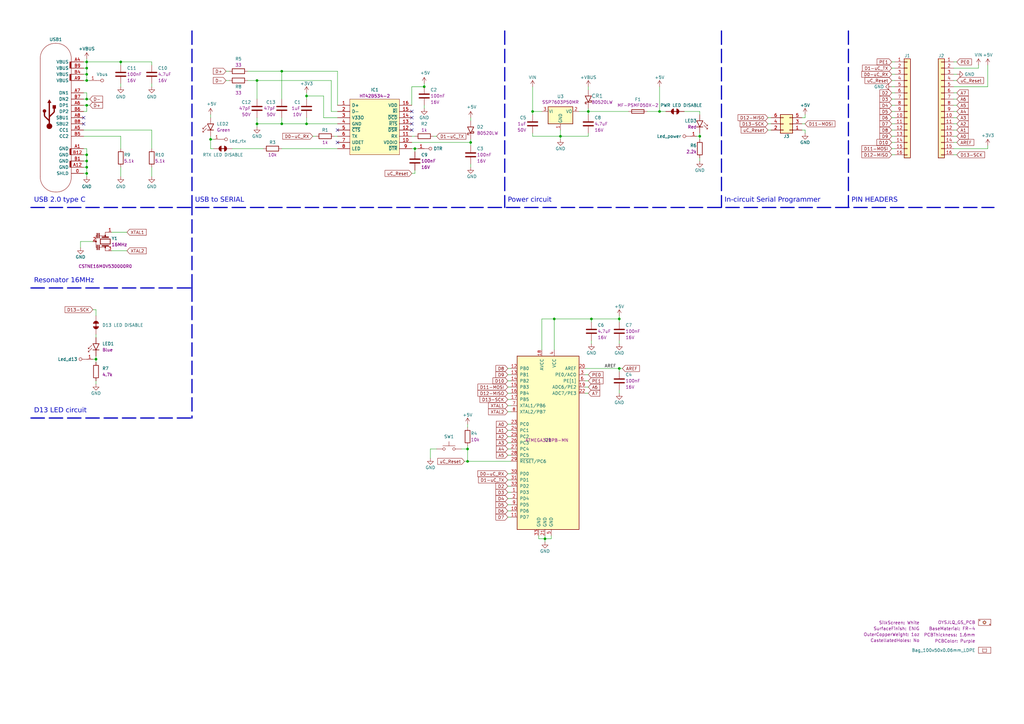
<source format=kicad_sch>
(kicad_sch (version 20230121) (generator eeschema)
  (paper "A3")
  (title_block (title "REV1.0.0 OYSJLQ_GS JADE N1+") (date "2024-01-05") (rev "1.0.0") (company "GroundStudio.ro") (comment 1 "Schematic: Victor Nicula"))
  (junction (at 227.33 130.81))
  (junction (at 173.99 35.56))
  (junction (at 115.57 29.21))
  (junction (at 125.73 50.8))
  (junction (at 35.56 68.58))
  (junction (at 254 130.81))
  (junction (at 35.56 27.94))
  (junction (at 193.04 58.42))
  (junction (at 35.56 43.18))
  (junction (at 35.56 25.4))
  (junction (at 105.41 50.8))
  (junction (at 86.36 57.15))
  (junction (at 218.44 45.72))
  (junction (at 270.51 45.72))
  (junction (at 170.18 60.96))
  (junction (at 105.41 33.02))
  (junction (at 35.56 63.5))
  (junction (at 125.73 39.37))
  (junction (at 191.77 184.15))
  (junction (at 242.57 130.81))
  (junction (at 229.87 55.88))
  (junction (at 35.56 33.02))
  (junction (at 35.56 66.04))
  (junction (at 223.52 220.98))
  (junction (at 35.56 40.64))
  (junction (at 35.56 30.48))
  (junction (at 241.3 45.72))
  (junction (at 49.53 25.4))
  (junction (at 254 151.13))
  (junction (at 287.02 55.88))
  (junction (at 39.37 147.32))
  (junction (at 115.57 50.8))
  (junction (at 191.77 189.23))
  (junction (at 35.56 71.12))
  (no_connect (at 138.43 53.34))
  (no_connect (at 34.29 48.26))
  (no_connect (at 168.91 45.72))
  (no_connect (at 34.29 50.8))
  (no_connect (at 168.91 50.8))
  (no_connect (at 138.43 58.42))
  (no_connect (at 168.91 48.26))
  (no_connect (at 168.91 53.34))
  (wire (pts (xy 105.41 50.8) (xy 115.57 50.8)))
  (wire (pts (xy 191.77 184.15) (xy 191.77 189.23)))
  (wire (pts (xy 171.45 60.96) (xy 170.18 60.96)))
  (wire (pts (xy 392.43 53.34) (xy 391.16 53.34)))
  (wire (pts (xy 86.36 60.96) (xy 87.63 60.96)))
  (wire (pts (xy 405.13 35.56) (xy 405.13 26.67)))
  (wire (pts (xy 34.29 63.5) (xy 35.56 63.5)))
  (wire (pts (xy 168.91 35.56) (xy 168.91 43.18)))
  (wire (pts (xy 240.03 151.13) (xy 254 151.13)))
  (wire (pts (xy 35.56 68.58) (xy 35.56 71.12)))
  (wire (pts (xy 189.23 184.15) (xy 191.77 184.15)))
  (wire (pts (xy 137.16 55.88) (xy 138.43 55.88)))
  (wire (pts (xy 223.52 220.98) (xy 226.06 220.98)))
  (wire (pts (xy 208.28 204.47) (xy 209.55 204.47)))
  (wire (pts (xy 241.3 161.29) (xy 240.03 161.29)))
  (wire (pts (xy 241.3 55.88) (xy 241.3 54.61)))
  (wire (pts (xy 168.91 35.56) (xy 173.99 35.56)))
  (wire (pts (xy 62.23 26.67) (xy 62.23 25.4)))
  (wire (pts (xy 191.77 189.23) (xy 209.55 189.23)))
  (wire (pts (xy 49.53 26.67) (xy 49.53 25.4)))
  (wire (pts (xy 35.56 60.96) (xy 35.56 63.5)))
  (wire (pts (xy 101.6 33.02) (xy 105.41 33.02)))
  (wire (pts (xy 39.37 148.59) (xy 39.37 147.32)))
  (wire (pts (xy 138.43 29.21) (xy 138.43 43.18)))
  (wire (pts (xy 35.56 71.12) (xy 35.56 72.39)))
  (wire (pts (xy 242.57 132.08) (xy 242.57 130.81)))
  (wire (pts (xy 392.43 58.42) (xy 391.16 58.42)))
  (wire (pts (xy 392.43 33.02) (xy 391.16 33.02)))
  (wire (pts (xy 392.43 43.18) (xy 391.16 43.18)))
  (wire (pts (xy 36.83 33.02) (xy 35.56 33.02)))
  (wire (pts (xy 254 152.4) (xy 254 151.13)))
  (wire (pts (xy 105.41 33.02) (xy 135.89 33.02)))
  (wire (pts (xy 365.76 48.26) (xy 367.03 48.26)))
  (wire (pts (xy 95.25 60.96) (xy 107.95 60.96)))
  (wire (pts (xy 208.28 194.31) (xy 209.55 194.31)))
  (wire (pts (xy 365.76 40.64) (xy 367.03 40.64)))
  (wire (pts (xy 92.71 29.21) (xy 93.98 29.21)))
  (wire (pts (xy 49.53 25.4) (xy 62.23 25.4)))
  (wire (pts (xy 237.49 45.72) (xy 241.3 45.72)))
  (wire (pts (xy 254 161.29) (xy 254 160.02)))
  (wire (pts (xy 125.73 48.26) (xy 125.73 50.8)))
  (wire (pts (xy 86.36 46.99) (xy 86.36 48.26)))
  (wire (pts (xy 125.73 38.1) (xy 125.73 39.37)))
  (wire (pts (xy 330.2 48.26) (xy 328.93 48.26)))
  (wire (pts (xy 191.77 189.23) (xy 190.5 189.23)))
  (wire (pts (xy 223.52 220.98) (xy 220.98 220.98)))
  (wire (pts (xy 242.57 130.81) (xy 254 130.81)))
  (wire (pts (xy 254 151.13) (xy 255.27 151.13)))
  (wire (pts (xy 365.76 38.1) (xy 367.03 38.1)))
  (wire (pts (xy 193.04 59.69) (xy 193.04 58.42)))
  (wire (pts (xy 34.29 43.18) (xy 35.56 43.18)))
  (wire (pts (xy 391.16 35.56) (xy 405.13 35.56)))
  (wire (pts (xy 49.53 68.58) (xy 49.53 72.39)))
  (wire (pts (xy 35.56 43.18) (xy 36.83 43.18)))
  (wire (pts (xy 115.57 48.26) (xy 115.57 50.8)))
  (wire (pts (xy 168.91 71.12) (xy 170.18 71.12)))
  (wire (pts (xy 208.28 207.01) (xy 209.55 207.01)))
  (wire (pts (xy 33.02 101.6) (xy 33.02 99.06)))
  (wire (pts (xy 52.07 102.87) (xy 45.72 102.87)))
  (wire (pts (xy 105.41 48.26) (xy 105.41 50.8)))
  (polyline (pts (xy 78.74 12.7) (xy 78.74 85.09)) (stroke (width 0.5) (type dash)))
  (wire (pts (xy 105.41 33.02) (xy 105.41 40.64)))
  (wire (pts (xy 365.76 53.34) (xy 367.03 53.34)))
  (wire (pts (xy 365.76 60.96) (xy 367.03 60.96)))
  (wire (pts (xy 208.28 166.37) (xy 209.55 166.37)))
  (wire (pts (xy 405.13 60.96) (xy 405.13 59.69)))
  (wire (pts (xy 241.3 45.72) (xy 257.81 45.72)))
  (wire (pts (xy 392.43 55.88) (xy 391.16 55.88)))
  (wire (pts (xy 208.28 181.61) (xy 209.55 181.61)))
  (wire (pts (xy 101.6 29.21) (xy 115.57 29.21)))
  (wire (pts (xy 35.56 25.4) (xy 35.56 27.94)))
  (wire (pts (xy 168.91 58.42) (xy 193.04 58.42)))
  (wire (pts (xy 392.43 63.5) (xy 391.16 63.5)))
  (wire (pts (xy 314.96 53.34) (xy 316.23 53.34)))
  (wire (pts (xy 209.55 196.85) (xy 208.28 196.85)))
  (wire (pts (xy 34.29 27.94) (xy 35.56 27.94)))
  (wire (pts (xy 287.02 57.15) (xy 287.02 55.88)))
  (wire (pts (xy 208.28 176.53) (xy 209.55 176.53)))
  (wire (pts (xy 270.51 45.72) (xy 273.05 45.72)))
  (polyline (pts (xy 78.74 118.11) (xy 78.74 171.45)) (stroke (width 0.5) (type dash)))
  (wire (pts (xy 223.52 222.25) (xy 223.52 220.98)))
  (wire (pts (xy 125.73 39.37) (xy 125.73 40.64)))
  (wire (pts (xy 92.71 33.02) (xy 93.98 33.02)))
  (wire (pts (xy 39.37 147.32) (xy 39.37 146.05)))
  (wire (pts (xy 285.75 55.88) (xy 287.02 55.88)))
  (polyline (pts (xy 78.74 118.11) (xy 78.74 85.09)) (stroke (width 0.5) (type dash)))
  (wire (pts (xy 229.87 53.34) (xy 229.87 55.88)))
  (wire (pts (xy 39.37 127) (xy 39.37 129.54)))
  (wire (pts (xy 35.56 40.64) (xy 36.83 40.64)))
  (wire (pts (xy 115.57 50.8) (xy 125.73 50.8)))
  (wire (pts (xy 208.28 212.09) (xy 209.55 212.09)))
  (wire (pts (xy 39.37 137.16) (xy 39.37 138.43)))
  (wire (pts (xy 35.56 33.02) (xy 34.29 33.02)))
  (polyline (pts (xy 207.01 12.7) (xy 207.01 85.09)) (stroke (width 0.5) (type dash)))
  (wire (pts (xy 365.76 30.48) (xy 367.03 30.48)))
  (polyline (pts (xy 12.7 171.45) (xy 78.74 171.45)) (stroke (width 0.5) (type dash)))
  (wire (pts (xy 401.32 26.67) (xy 401.32 27.94)))
  (wire (pts (xy 218.44 35.56) (xy 218.44 45.72)))
  (wire (pts (xy 208.28 158.75) (xy 209.55 158.75)))
  (wire (pts (xy 34.29 38.1) (xy 35.56 38.1)))
  (wire (pts (xy 115.57 29.21) (xy 138.43 29.21)))
  (wire (pts (xy 34.29 53.34) (xy 62.23 53.34)))
  (wire (pts (xy 62.23 53.34) (xy 62.23 60.96)))
  (wire (pts (xy 115.57 29.21) (xy 115.57 40.64)))
  (wire (pts (xy 208.28 186.69) (xy 209.55 186.69)))
  (wire (pts (xy 392.43 48.26) (xy 391.16 48.26)))
  (wire (pts (xy 240.03 156.21) (xy 241.3 156.21)))
  (wire (pts (xy 173.99 44.45) (xy 173.99 43.18)))
  (wire (pts (xy 222.25 143.51) (xy 222.25 130.81)))
  (wire (pts (xy 287.02 66.04) (xy 287.02 64.77)))
  (wire (pts (xy 176.53 187.96) (xy 176.53 184.15)))
  (wire (pts (xy 35.56 45.72) (xy 35.56 43.18)))
  (wire (pts (xy 229.87 55.88) (xy 229.87 57.15)))
  (wire (pts (xy 34.29 71.12) (xy 35.56 71.12)))
  (wire (pts (xy 34.29 45.72) (xy 35.56 45.72)))
  (wire (pts (xy 392.43 30.48) (xy 391.16 30.48)))
  (wire (pts (xy 254 130.81) (xy 254 132.08)))
  (wire (pts (xy 191.77 182.88) (xy 191.77 184.15)))
  (wire (pts (xy 227.33 130.81) (xy 242.57 130.81)))
  (wire (pts (xy 222.25 130.81) (xy 227.33 130.81)))
  (wire (pts (xy 34.29 25.4) (xy 35.56 25.4)))
  (polyline (pts (xy 12.7 85.09) (xy 407.67 85.09)) (stroke (width 0.5) (type dash)))
  (wire (pts (xy 392.43 50.8) (xy 391.16 50.8)))
  (wire (pts (xy 330.2 53.34) (xy 328.93 53.34)))
  (wire (pts (xy 62.23 68.58) (xy 62.23 72.39)))
  (wire (pts (xy 330.2 48.26) (xy 330.2 46.99)))
  (wire (pts (xy 218.44 54.61) (xy 218.44 55.88)))
  (wire (pts (xy 193.04 68.58) (xy 193.04 67.31)))
  (wire (pts (xy 191.77 173.99) (xy 191.77 175.26)))
  (wire (pts (xy 34.29 40.64) (xy 35.56 40.64)))
  (wire (pts (xy 62.23 34.29) (xy 62.23 35.56)))
  (wire (pts (xy 287.02 55.88) (xy 287.02 54.61)))
  (wire (pts (xy 35.56 38.1) (xy 35.56 40.64)))
  (wire (pts (xy 208.28 153.67) (xy 209.55 153.67)))
  (wire (pts (xy 365.76 55.88) (xy 367.03 55.88)))
  (wire (pts (xy 135.89 33.02) (xy 135.89 45.72)))
  (wire (pts (xy 105.41 52.07) (xy 105.41 50.8)))
  (wire (pts (xy 242.57 139.7) (xy 242.57 140.97)))
  (wire (pts (xy 365.76 25.4) (xy 367.03 25.4)))
  (wire (pts (xy 38.1 127) (xy 39.37 127)))
  (wire (pts (xy 170.18 55.88) (xy 168.91 55.88)))
  (wire (pts (xy 35.56 63.5) (xy 35.56 66.04)))
  (wire (pts (xy 365.76 50.8) (xy 367.03 50.8)))
  (wire (pts (xy 33.02 99.06) (xy 38.1 99.06)))
  (wire (pts (xy 391.16 25.4) (xy 392.43 25.4)))
  (wire (pts (xy 241.3 46.99) (xy 241.3 45.72)))
  (wire (pts (xy 314.96 50.8) (xy 316.23 50.8)))
  (wire (pts (xy 170.18 71.12) (xy 170.18 69.85)))
  (wire (pts (xy 254 129.54) (xy 254 130.81)))
  (wire (pts (xy 35.56 30.48) (xy 35.56 33.02)))
  (wire (pts (xy 330.2 50.8) (xy 328.93 50.8)))
  (wire (pts (xy 86.36 57.15) (xy 86.36 60.96)))
  (wire (pts (xy 34.29 30.48) (xy 35.56 30.48)))
  (wire (pts (xy 208.28 163.83) (xy 209.55 163.83)))
  (wire (pts (xy 35.56 27.94) (xy 35.56 30.48)))
  (wire (pts (xy 265.43 45.72) (xy 270.51 45.72)))
  (wire (pts (xy 45.72 95.25) (xy 52.07 95.25)))
  (wire (pts (xy 176.53 184.15) (xy 179.07 184.15)))
  (wire (pts (xy 115.57 60.96) (xy 138.43 60.96)))
  (wire (pts (xy 170.18 60.96) (xy 170.18 62.23)))
  (wire (pts (xy 39.37 157.48) (xy 39.37 156.21)))
  (wire (pts (xy 86.36 57.15) (xy 87.63 57.15)))
  (wire (pts (xy 226.06 219.71) (xy 226.06 220.98)))
  (wire (pts (xy 35.56 66.04) (xy 35.56 68.58)))
  (polyline (pts (xy 295.91 12.7) (xy 295.91 85.09)) (stroke (width 0.5) (type dash)))
  (polyline (pts (xy 12.7 118.11) (xy 78.74 118.11)) (stroke (width 0.5) (type dash)))
  (polyline (pts (xy 347.98 12.7) (xy 347.98 85.09)) (stroke (width 0.5) (type dash)))
  (wire (pts (xy 208.28 173.99) (xy 209.55 173.99)))
  (wire (pts (xy 49.53 55.88) (xy 49.53 60.96)))
  (wire (pts (xy 34.29 66.04) (xy 35.56 66.04)))
  (wire (pts (xy 125.73 39.37) (xy 132.715 39.37)))
  (wire (pts (xy 208.28 168.91) (xy 209.55 168.91)))
  (wire (pts (xy 208.28 179.07) (xy 209.55 179.07)))
  (wire (pts (xy 208.28 156.21) (xy 209.55 156.21)))
  (wire (pts (xy 241.3 35.56) (xy 241.3 36.83)))
  (wire (pts (xy 330.2 53.34) (xy 330.2 54.61)))
  (wire (pts (xy 240.03 153.67) (xy 241.3 153.67)))
  (wire (pts (xy 208.28 151.13) (xy 209.55 151.13)))
  (wire (pts (xy 254 139.7) (xy 254 140.97)))
  (wire (pts (xy 365.76 58.42) (xy 367.03 58.42)))
  (wire (pts (xy 34.29 60.96) (xy 35.56 60.96)))
  (wire (pts (xy 34.29 68.58) (xy 35.56 68.58)))
  (wire (pts (xy 208.28 184.15) (xy 209.55 184.15)))
  (wire (pts (xy 135.89 45.72) (xy 138.43 45.72)))
  (wire (pts (xy 208.28 161.29) (xy 209.55 161.29)))
  (wire (pts (xy 365.76 63.5) (xy 367.03 63.5)))
  (wire (pts (xy 392.43 38.1) (xy 391.16 38.1)))
  (wire (pts (xy 220.98 220.98) (xy 220.98 219.71)))
  (wire (pts (xy 365.76 33.02) (xy 367.03 33.02)))
  (wire (pts (xy 218.44 46.99) (xy 218.44 45.72)))
  (wire (pts (xy 49.53 34.29) (xy 49.53 35.56)))
  (wire (pts (xy 287.02 45.72) (xy 287.02 46.99)))
  (wire (pts (xy 173.99 34.29) (xy 173.99 35.56)))
  (wire (pts (xy 314.96 48.26) (xy 316.23 48.26)))
  (wire (pts (xy 208.28 199.39) (xy 209.55 199.39)))
  (wire (pts (xy 241.3 44.45) (xy 241.3 45.72)))
  (wire (pts (xy 401.32 27.94) (xy 391.16 27.94)))
  (wire (pts (xy 392.43 45.72) (xy 391.16 45.72)))
  (wire (pts (xy 392.43 40.64) (xy 391.16 40.64)))
  (wire (pts (xy 35.56 24.13) (xy 35.56 25.4)))
  (wire (pts (xy 227.33 130.81) (xy 227.33 143.51)))
  (wire (pts (xy 280.67 45.72) (xy 287.02 45.72)))
  (wire (pts (xy 38.1 147.32) (xy 39.37 147.32)))
  (wire (pts (xy 223.52 219.71) (xy 223.52 220.98)))
  (wire (pts (xy 179.07 55.88) (xy 177.8 55.88)))
  (wire (pts (xy 365.76 27.94) (xy 367.03 27.94)))
  (wire (pts (xy 365.76 45.72) (xy 367.03 45.72)))
  (wire (pts (xy 208.28 201.93) (xy 209.55 201.93)))
  (wire (pts (xy 391.16 60.96) (xy 405.13 60.96)))
  (wire (pts (xy 218.44 55.88) (xy 229.87 55.88)))
  (wire (pts (xy 129.54 55.88) (xy 128.27 55.88)))
  (wire (pts (xy 86.36 55.88) (xy 86.36 57.15)))
  (wire (pts (xy 125.73 50.8) (xy 138.43 50.8)))
  (wire (pts (xy 241.3 158.75) (xy 240.03 158.75)))
  (wire (pts (xy 193.04 57.15) (xy 193.04 58.42)))
  (wire (pts (xy 132.715 48.26) (xy 138.43 48.26)))
  (wire (pts (xy 229.87 55.88) (xy 241.3 55.88)))
  (wire (pts (xy 208.28 209.55) (xy 209.55 209.55)))
  (wire (pts (xy 365.76 35.56) (xy 367.03 35.56)))
  (wire (pts (xy 193.04 48.26) (xy 193.04 49.53)))
  (wire (pts (xy 170.18 60.96) (xy 168.91 60.96)))
  (wire (pts (xy 365.76 43.18) (xy 367.03 43.18)))
  (wire (pts (xy 49.53 25.4) (xy 35.56 25.4)))
  (wire (pts (xy 132.715 39.37) (xy 132.715 48.26)))
  (wire (pts (xy 218.44 45.72) (xy 222.25 45.72)))
  (wire (pts (xy 270.51 45.72) (xy 270.51 35.56)))
  (wire (pts (xy 34.29 55.88) (xy 49.53 55.88)))
  (text "Resonator 16MHz" (at 13.97 116.84 0) (effects (font (size 2 2)) (justify left bottom)))
  (text "PIN HEADERS\n" (at 349.25 83.82 0) (effects (font (size 2 2)) (justify left bottom)))
  (text "USB 2.0 type C" (at 13.97 83.82 0) (effects (font (size 2 2)) (justify left bottom)))
  (text "Power circuit" (at 208.28 83.82 0) (effects (font (size 2 2)) (justify left bottom)))
  (text "D13 LED circuit" (at 13.97 170.18 0) (effects (font (size 2 2)) (justify left bottom)))
  (text "In-circuit Serial Programmer" (at 297.18 83.82 0) (effects (font (size 2 2)) (justify left bottom)))
  (text "USB to SERIAL" (at 80.01 83.82 0) (effects (font (size 2 2)) (justify left bottom)))
  (label "AREF" (at 252.73 151.13 180))
  (global_label "A5" (shape input) (at 392.43 43.18 0) (property "Intersheetrefs" "${INTERSHEET_REFS}" (effects hide)))
  (global_label "A6" (shape input) (at 392.43 40.64 0) (property "Intersheetrefs" "${INTERSHEET_REFS}" (effects hide)))
  (global_label "D8" (shape input) (at 208.28 151.13 180) (property "Intersheetrefs" "${INTERSHEET_REFS}" (effects hide)))
  (global_label "D-" (shape input) (at 92.71 33.02 180) (property "Intersheetrefs" "${INTERSHEET_REFS}" (effects hide)))
  (global_label "D11-MOSI" (shape input) (at 208.28 158.75 180) (property "Intersheetrefs" "${INTERSHEET_REFS}" (effects hide)))
  (global_label "D11-MOSI" (shape input) (at 330.2 50.8 0) (property "Intersheetrefs" "${INTERSHEET_REFS}" (effects hide)))
  (global_label "D9" (shape input) (at 208.28 153.67 180) (property "Intersheetrefs" "${INTERSHEET_REFS}" (effects hide)))
  (global_label "A3" (shape input) (at 208.28 181.61 180) (property "Intersheetrefs" "${INTERSHEET_REFS}" (effects hide)))
  (global_label "D-" (shape input) (at 36.83 40.64 0) (property "Intersheetrefs" "${INTERSHEET_REFS}" (effects hide)))
  (global_label "D4" (shape input) (at 208.28 204.47 180) (property "Intersheetrefs" "${INTERSHEET_REFS}" (effects hide)))
  (global_label "A0" (shape input) (at 208.28 173.99 180) (property "Intersheetrefs" "${INTERSHEET_REFS}" (effects hide)))
  (global_label "AREF" (shape input) (at 392.43 58.42 0) (property "Intersheetrefs" "${INTERSHEET_REFS}" (effects hide)))
  (global_label "D7" (shape input) (at 365.76 50.8 180) (property "Intersheetrefs" "${INTERSHEET_REFS}" (effects hide)))
  (global_label "D13-SCK" (shape input) (at 38.1 127 180) (property "Intersheetrefs" "${INTERSHEET_REFS}" (effects hide)))
  (global_label "D12-MISO" (shape input) (at 314.96 48.26 180) (property "Intersheetrefs" "${INTERSHEET_REFS}" (effects hide)))
  (global_label "D12-MISO" (shape input) (at 365.76 63.5 180) (property "Intersheetrefs" "${INTERSHEET_REFS}" (effects hide)))
  (global_label "XTAL2" (shape input) (at 52.07 102.87 0) (property "Intersheetrefs" "${INTERSHEET_REFS}" (effects hide)))
  (global_label "D13-SCK" (shape input) (at 208.28 163.83 180) (property "Intersheetrefs" "${INTERSHEET_REFS}" (effects hide)))
  (global_label "D10" (shape input) (at 208.28 156.21 180) (property "Intersheetrefs" "${INTERSHEET_REFS}" (effects hide)))
  (global_label "A7" (shape input) (at 392.43 38.1 0) (property "Intersheetrefs" "${INTERSHEET_REFS}" (effects hide)))
  (global_label "AREF" (shape input) (at 255.27 151.13 0) (property "Intersheetrefs" "${INTERSHEET_REFS}" (effects hide)))
  (global_label "D6" (shape input) (at 365.76 48.26 180) (property "Intersheetrefs" "${INTERSHEET_REFS}" (effects hide)))
  (global_label "D2" (shape input) (at 365.76 38.1 180) (property "Intersheetrefs" "${INTERSHEET_REFS}" (effects hide)))
  (global_label "A4" (shape input) (at 392.43 45.72 0) (property "Intersheetrefs" "${INTERSHEET_REFS}" (effects hide)))
  (global_label "PE1" (shape input) (at 365.76 25.4 180) (property "Intersheetrefs" "${INTERSHEET_REFS}" (effects hide)))
  (global_label "A1" (shape input) (at 392.43 53.34 0) (property "Intersheetrefs" "${INTERSHEET_REFS}" (effects hide)))
  (global_label "D13-SCK" (shape input) (at 392.43 63.5 0) (property "Intersheetrefs" "${INTERSHEET_REFS}" (effects hide)))
  (global_label "uC_Reset" (shape input) (at 190.5 189.23 180) (property "Intersheetrefs" "${INTERSHEET_REFS}" (effects hide)))
  (global_label "uC_Reset" (shape input) (at 365.76 33.02 180) (property "Intersheetrefs" "${INTERSHEET_REFS}" (effects hide)))
  (global_label "A1" (shape input) (at 208.28 176.53 180) (property "Intersheetrefs" "${INTERSHEET_REFS}" (effects hide)))
  (global_label "D5" (shape input) (at 208.28 207.01 180) (property "Intersheetrefs" "${INTERSHEET_REFS}" (effects hide)))
  (global_label "D+" (shape input) (at 36.83 43.18 0) (property "Intersheetrefs" "${INTERSHEET_REFS}" (effects hide)))
  (global_label "A5" (shape input) (at 208.28 186.69 180) (property "Intersheetrefs" "${INTERSHEET_REFS}" (effects hide)))
  (global_label "A0" (shape input) (at 392.43 55.88 0) (property "Intersheetrefs" "${INTERSHEET_REFS}" (effects hide)))
  (global_label "D1-uC_TX" (shape input) (at 179.07 55.88 0) (property "Intersheetrefs" "${INTERSHEET_REFS}" (effects hide)))
  (global_label "XTAL1" (shape input) (at 52.07 95.25 0) (property "Intersheetrefs" "${INTERSHEET_REFS}" (effects hide)))
  (global_label "D1-uC_TX" (shape input) (at 365.76 27.94 180) (property "Intersheetrefs" "${INTERSHEET_REFS}" (effects hide)))
  (global_label "uC_Reset" (shape input) (at 392.43 33.02 0) (property "Intersheetrefs" "${INTERSHEET_REFS}" (effects hide)))
  (global_label "D4" (shape input) (at 365.76 43.18 180) (property "Intersheetrefs" "${INTERSHEET_REFS}" (effects hide)))
  (global_label "D3" (shape input) (at 208.28 201.93 180) (property "Intersheetrefs" "${INTERSHEET_REFS}" (effects hide)))
  (global_label "D8" (shape input) (at 365.76 53.34 180) (property "Intersheetrefs" "${INTERSHEET_REFS}" (effects hide)))
  (global_label "uC_Reset" (shape input) (at 168.91 71.12 180) (property "Intersheetrefs" "${INTERSHEET_REFS}" (effects hide)))
  (global_label "A3" (shape input) (at 392.43 48.26 0) (property "Intersheetrefs" "${INTERSHEET_REFS}" (effects hide)))
  (global_label "A7" (shape input) (at 241.3 161.29 0) (property "Intersheetrefs" "${INTERSHEET_REFS}" (effects hide)))
  (global_label "D0-uC_RX" (shape input) (at 208.28 194.31 180) (property "Intersheetrefs" "${INTERSHEET_REFS}" (effects hide)))
  (global_label "D9" (shape input) (at 365.76 55.88 180) (property "Intersheetrefs" "${INTERSHEET_REFS}" (effects hide)))
  (global_label "A2" (shape input) (at 208.28 179.07 180) (property "Intersheetrefs" "${INTERSHEET_REFS}" (effects hide)))
  (global_label "PE1" (shape input) (at 241.3 156.21 0) (property "Intersheetrefs" "${INTERSHEET_REFS}" (effects hide)))
  (global_label "D12-MISO" (shape input) (at 208.28 161.29 180) (property "Intersheetrefs" "${INTERSHEET_REFS}" (effects hide)))
  (global_label "D0-uC_RX" (shape input) (at 365.76 30.48 180) (property "Intersheetrefs" "${INTERSHEET_REFS}" (effects hide)))
  (global_label "A2" (shape input) (at 392.43 50.8 0) (property "Intersheetrefs" "${INTERSHEET_REFS}" (effects hide)))
  (global_label "D11-MOSI" (shape input) (at 365.76 60.96 180) (property "Intersheetrefs" "${INTERSHEET_REFS}" (effects hide)))
  (global_label "XTAL2" (shape input) (at 208.28 168.91 180) (property "Intersheetrefs" "${INTERSHEET_REFS}" (effects hide)))
  (global_label "uC_Reset" (shape input) (at 314.96 53.34 180) (property "Intersheetrefs" "${INTERSHEET_REFS}" (effects hide)))
  (global_label "D2" (shape input) (at 208.28 199.39 180) (property "Intersheetrefs" "${INTERSHEET_REFS}" (effects hide)))
  (global_label "PE0" (shape input) (at 241.3 153.67 0) (property "Intersheetrefs" "${INTERSHEET_REFS}" (effects hide)))
  (global_label "A4" (shape input) (at 208.28 184.15 180) (property "Intersheetrefs" "${INTERSHEET_REFS}" (effects hide)))
  (global_label "D5" (shape input) (at 365.76 45.72 180) (property "Intersheetrefs" "${INTERSHEET_REFS}" (effects hide)))
  (global_label "D7" (shape input) (at 208.28 212.09 180) (property "Intersheetrefs" "${INTERSHEET_REFS}" (effects hide)))
  (global_label "D+" (shape input) (at 92.71 29.21 180) (property "Intersheetrefs" "${INTERSHEET_REFS}" (effects hide)))
  (global_label "D1-uC_TX" (shape input) (at 208.28 196.85 180) (property "Intersheetrefs" "${INTERSHEET_REFS}" (effects hide)))
  (global_label "XTAL1" (shape input) (at 208.28 166.37 180) (property "Intersheetrefs" "${INTERSHEET_REFS}" (effects hide)))
  (global_label "D0-uC_RX" (shape input) (at 128.27 55.88 180) (property "Intersheetrefs" "${INTERSHEET_REFS}" (effects hide)))
  (global_label "PE0" (shape input) (at 392.43 25.4 0) (property "Intersheetrefs" "${INTERSHEET_REFS}" (effects hide)))
  (global_label "D6" (shape input) (at 208.28 209.55 180) (property "Intersheetrefs" "${INTERSHEET_REFS}" (effects hide)))
  (global_label "A6" (shape input) (at 241.3 158.75 0) (property "Intersheetrefs" "${INTERSHEET_REFS}" (effects hide)))
  (global_label "D3" (shape input) (at 365.76 40.64 180) (property "Intersheetrefs" "${INTERSHEET_REFS}" (effects hide)))
  (global_label "D13-SCK" (shape input) (at 314.96 50.8 180) (property "Intersheetrefs" "${INTERSHEET_REFS}" (effects hide)))
  (global_label "D10" (shape input) (at 365.76 58.42 180) (property "Intersheetrefs" "${INTERSHEET_REFS}" (effects hide)))
  (symbol (lib_id "GS_Global6:C_0402_100nF_16V") (at 49.53 30.48 0) (unit 1)
    (property "Reference" "C11" (at 52.07 27.94 0) (effects (justify left)))
    (property "Value" "C_0402_100nF_16V" (effects hide))
    (property "Footprint" "GS_Global6:C_0402_alt" (effects hide))
    (property "Datasheet" "https://datasheet.lcsc.com/lcsc/1811011928_Walsin-Tech-Corp-0402B104K160CT_C83056.pdf" (effects hide))
    (property "MPN" "0402B104K160CT" (effects hide))
    (property "LCSC" "C83056" (effects hide))
    (property "Rated voltage" "16V" (effects hide))
    (property "Capacitance" "100nF" (at 52.07 30.48 0) (effects (justify left)))
    (property "RatedVoltage" "16V" (at 52.07 33.02 0) (effects (justify left)))
  )
  (symbol (lib_id "GS_Global6:PinHeader_1x16_P2.54_V_M") (at 372.11 43.18 0) (unit 1)
    (property "Reference" "J1" (at 372.11 22.86 0))
    (property "Value" "PinHeader_1x16_P2.54_V_M" (effects hide))
    (property "Footprint" "GS_Global6:PinHeader_1x16_P2.54mm_Vertical_Male" (effects hide))
    (property "Datasheet" "https://datasheet.lcsc.com/lcsc/2110191530_Shenzhen-Kinghelm-Elec-KH-2-54PH180-1X16P-L11-5_C2905491.pdf" (effects hide))
    (property "MPN" "KH-2.54PH180-1X16P-L11.5" (effects hide))
    (property "LCSC" "C2905491" (effects hide))
  )
  (symbol (lib_id "GS_Global6:PinHeader_1x16_P2.54_V_M") (at 386.08 43.18 0) (mirror y) (unit 1)
    (property "Reference" "J2" (at 386.08 22.86 0))
    (property "Value" "PinHeader_1x16_P2.54_V_M" (effects hide))
    (property "Footprint" "GS_Global6:PinHeader_1x16_P2.54mm_Vertical_Male" (effects hide))
    (property "Datasheet" "https://datasheet.lcsc.com/lcsc/2110191530_Shenzhen-Kinghelm-Elec-KH-2-54PH180-1X16P-L11-5_C2905491.pdf" (effects hide))
    (property "MPN" "KH-2.54PH180-1X16P-L11.5" (effects hide))
    (property "LCSC" "C2905491" (effects hide))
  )
  (symbol (lib_id "GS_Global6:C_0402_4.7uF_16V") (at 62.23 30.48 0) (unit 1)
    (property "Reference" "C10" (at 64.77 27.94 0) (effects (justify left)))
    (property "Value" "C_0402_4.7uF_16V" (effects hide))
    (property "Footprint" "GS_Global6:C_0402_alt" (effects hide))
    (property "Datasheet" "https://datasheet.lcsc.com/lcsc/2008271938_SANYEAR-C0402X5R475M160NT_C729453.pdf" (effects hide))
    (property "MPN" "C0402X5R475M160NT" (effects hide))
    (property "LCSC" "C729453" (effects hide))
    (property "Rated voltage" "16V" (effects hide))
    (property "Capacitance" "4.7uF" (at 64.77 30.48 0) (effects (justify left)))
    (property "RatedVoltage" "16V" (at 64.77 33.02 0) (effects (justify left)))
  )
  (symbol (lib_id "GS_Global6:GND") (at 330.2 54.61 0) (unit 1)
    (property "Reference" "#PWR0113" (effects hide))
    (property "Value" "GND" (at 330.2 58.42 0))
  )
  (symbol (lib_id "GS_Global6:+5V") (at 330.2 46.99 0) (unit 1)
    (property "Reference" "#PWR0114" (effects hide))
    (property "Value" "+5V" (at 330.2 43.18 0))
  )
  (symbol (lib_id "GS_Global6:GND") (at 223.52 222.25 0) (unit 1)
    (property "Reference" "#PWR0115" (effects hide))
    (property "Value" "GND" (at 223.52 226.06 0))
  )
  (symbol (lib_id "GS_Global6:C_0402_4.7uF_16V") (at 242.57 135.89 0) (unit 1)
    (property "Reference" "C6" (at 245.11 133.35 0) (effects (justify left)))
    (property "Value" "C_0402_4.7uF_16V" (effects hide))
    (property "Footprint" "GS_Global6:C_0402_alt" (effects hide))
    (property "Datasheet" "https://datasheet.lcsc.com/lcsc/2008271938_SANYEAR-C0402X5R475M160NT_C729453.pdf" (effects hide))
    (property "MPN" "C0402X5R475M160NT" (effects hide))
    (property "LCSC" "C729453" (effects hide))
    (property "Rated voltage" "16V" (effects hide))
    (property "Capacitance" "4.7uF" (at 245.11 135.89 0) (effects (justify left)))
    (property "RatedVoltage" "16V" (at 245.11 138.43 0) (effects (justify left)))
  )
  (symbol (lib_id "GS_Global6:C_0402_100nF_16V") (at 254 135.89 0) (unit 1)
    (property "Reference" "C7" (at 256.54 133.35 0) (effects (justify left)))
    (property "Value" "C_0402_100nF_16V" (effects hide))
    (property "Footprint" "GS_Global6:C_0402_alt" (effects hide))
    (property "Datasheet" "https://datasheet.lcsc.com/lcsc/1811011928_Walsin-Tech-Corp-0402B104K160CT_C83056.pdf" (effects hide))
    (property "MPN" "0402B104K160CT" (effects hide))
    (property "LCSC" "C83056" (effects hide))
    (property "Rated voltage" "16V" (effects hide))
    (property "Capacitance" "100nF" (at 256.54 135.89 0) (effects (justify left)))
    (property "RatedVoltage" "16V" (at 256.54 138.43 0) (effects (justify left)))
  )
  (symbol (lib_id "GS_Global6:R_0402_10k") (at 191.77 179.07 180) (unit 1)
    (property "Reference" "R4" (at 193.04 177.8 0) (effects (justify right)))
    (property "Value" "R_0402_10k" (effects hide))
    (property "Footprint" "GS_Global6:R_0402_alt" (effects hide))
    (property "Datasheet" "https://datasheet.lcsc.com/lcsc/2110252330_UNI-ROYAL-Uniroyal-Elec-0402WGJ0103TCE_C25531.pdf" (effects hide))
    (property "MPN" "0402WGJ0103TCE" (effects hide))
    (property "LCSC" "C25531" (effects hide))
    (property "Resistance" "10k" (at 193.04 180.34 0) (effects (justify right)))
    (property "RatedPower" "1/16W" (effects hide))
  )
  (symbol (lib_id "GS_Global6:+5V") (at 191.77 173.99 0) (unit 1)
    (property "Reference" "#PWR0118" (effects hide))
    (property "Value" "+5V" (at 191.77 170.18 0))
  )
  (symbol (lib_id "GS_Global6:GND") (at 229.87 57.15 0) (mirror y) (unit 1)
    (property "Reference" "#PWR0103" (effects hide))
    (property "Value" "GND" (at 229.87 60.96 0))
  )
  (symbol (lib_id "GS_Global6:TS342A2P-WZ") (at 184.15 184.15 0) (unit 1)
    (property "Reference" "SW1" (at 184.15 179.07 0))
    (property "Value" "TS342A2P-WZ" (effects hide))
    (property "Footprint" "GS_Global6:TS342A2P-WZ" (effects hide))
    (property "Datasheet" "https://datasheet.lcsc.com/szlcsc/2005221232_SHOU-HAN-TS342A2P-WZ_C557591.pdf" (effects hide))
    (property "MPN" "TS342A2P-WZ" (effects hide))
    (property "LCSC" "C557591" (effects hide))
  )
  (symbol (lib_id "GS_Global6:GND") (at 176.53 187.96 0) (unit 1)
    (property "Reference" "#PWR0119" (effects hide))
    (property "Value" "GND" (at 176.53 191.77 0))
  )
  (symbol (lib_id "GS_Global6:R_0402_2.2k") (at 287.02 60.96 0) (mirror x) (unit 1)
    (property "Reference" "R6" (at 285.75 59.69 0) (effects (justify right)))
    (property "Value" "R_0402_2.2k" (effects hide))
    (property "Footprint" "GS_Global6:R_0402_alt" (effects hide))
    (property "Datasheet" "https://datasheet.lcsc.com/lcsc/1811141743_FH-Guangdong-Fenghua-Advanced-Tech-RC-02W2201FT_C258093.pdf" (effects hide))
    (property "MPN" "RC-02W2201FT" (effects hide))
    (property "LCSC" "C258093" (effects hide))
    (property "Resistance" "2.2k" (at 285.75 62.23 0) (effects (justify right)))
    (property "RatedPower" "1/16W" (effects hide))
  )
  (symbol (lib_id "GS_Global6:LED_0402_RED") (at 287.02 49.53 270) (mirror x) (unit 1)
    (property "Reference" "LED3" (at 285.75 49.53 90) (effects (justify right)))
    (property "Value" "LED_0402_RED" (effects hide))
    (property "Footprint" "GS_Global6:LED_0402_alt" (effects hide))
    (property "Datasheet" "https://datasheet.lcsc.com/lcsc/2009251739_TUOZHAN-TZ-P2-0402RTIA1-0-45T_C779449.pdf" (effects hide))
    (property "MPN" "TZ-P2-0402RTIA1-0.45T" (effects hide))
    (property "LCSC" "C779449" (effects hide))
    (property "Color" "Red" (at 285.75 52.07 90) (effects (justify right)))
    (property "Comment" "5V: 2.2k || 3.3V: 1.5k || Fv: 1.85V" (effects hide))
  )
  (symbol (lib_id "GS_Global6:GND") (at 287.02 66.04 0) (mirror y) (unit 1)
    (property "Reference" "#PWR0102" (effects hide))
    (property "Value" "GND" (at 287.02 69.85 0))
  )
  (symbol (lib_id "GS_Global6:+5V") (at 270.51 35.56 0) (mirror y) (unit 1)
    (property "Reference" "#PWR0101" (effects hide))
    (property "Value" "+5V" (at 270.51 31.75 0))
  )
  (symbol (lib_id "GS_Global6:SOD-123_B0520LW") (at 241.3 40.64 90) (unit 1)
    (property "Reference" "CR1" (at 242.57 39.37 90) (effects (font (size 1.524 1.524)) (justify right)))
    (property "Value" "SOD-123 B0520LW" (effects hide))
    (property "Footprint" "GS_Global6:SOD-123" (effects hide))
    (property "Datasheet" "https://datasheet.lcsc.com/lcsc/1811021622_Changzhou-Starsea-Elec-B0520LW_C89640.pdf" (effects hide))
    (property "MPN" "B0520LW" (at 242.57 41.91 90) (effects (justify right)))
    (property "LCSC" "C89640" (effects hide))
    (property "Description" "20V 430mV@500mA 500mA SOD-123 Schottky Barrier Diodes (SBD) ROHS" (effects hide))
  )
  (symbol (lib_id "GS_Global6:R_0402_1k") (at 173.99 55.88 90) (unit 1)
    (property "Reference" "R2" (at 173.99 50.8 90))
    (property "Value" "R_0402_1k" (effects hide))
    (property "Footprint" "GS_Global6:R_0402_alt" (effects hide))
    (property "Datasheet" "https://datasheet.lcsc.com/lcsc/1811141734_FH-Guangdong-Fenghua-Advanced-Tech-RC-02W1001FT_C226166.pdf" (effects hide))
    (property "MPN" "RC-02W1001FT" (effects hide))
    (property "LCSC" "C226166" (effects hide))
    (property "Resistance" "1k" (at 173.99 53.34 90))
    (property "RatedPower" "1/16W" (effects hide))
  )
  (symbol (lib_id "GS_Global6:R_0402_1k") (at 133.35 55.88 270) (unit 1)
    (property "Reference" "R1" (at 133.35 53.34 90))
    (property "Value" "R_0402_1k" (effects hide))
    (property "Footprint" "GS_Global6:R_0402_alt" (effects hide))
    (property "Datasheet" "https://datasheet.lcsc.com/lcsc/1811141734_FH-Guangdong-Fenghua-Advanced-Tech-RC-02W1001FT_C226166.pdf" (effects hide))
    (property "MPN" "RC-02W1001FT" (effects hide))
    (property "LCSC" "C226166" (effects hide))
    (property "Resistance" "1k" (at 133.35 58.42 90))
    (property "RatedPower" "1/16W" (effects hide))
  )
  (symbol (lib_id "GS_Global6:GND") (at 33.02 101.6 0) (unit 1)
    (property "Reference" "#PWR0122" (effects hide))
    (property "Value" "GND" (at 33.02 105.41 0))
  )
  (symbol (lib_id "GS_Global6:C_0402_100nF_16V") (at 254 156.21 0) (unit 1)
    (property "Reference" "C4" (at 256.54 153.67 0) (effects (justify left)))
    (property "Value" "C_0402_100nF_16V" (effects hide))
    (property "Footprint" "GS_Global6:C_0402_alt" (effects hide))
    (property "Datasheet" "https://datasheet.lcsc.com/lcsc/1811011928_Walsin-Tech-Corp-0402B104K160CT_C83056.pdf" (effects hide))
    (property "MPN" "0402B104K160CT" (effects hide))
    (property "LCSC" "C83056" (effects hide))
    (property "Rated voltage" "16V" (effects hide))
    (property "Capacitance" "100nF" (at 256.54 156.21 0) (effects (justify left)))
    (property "RatedVoltage" "16V" (at 256.54 158.75 0) (effects (justify left)))
  )
  (symbol (lib_id "GS_Global6:GND") (at 254 161.29 0) (unit 1)
    (property "Reference" "#PWR0124" (effects hide))
    (property "Value" "GND" (at 254 165.1 0))
  )
  (symbol (lib_id "GS_Global6:C_0402_4.7uF_16V") (at 241.3 50.8 0) (unit 1)
    (property "Reference" "C8" (at 243.84 48.26 0) (effects (justify left)))
    (property "Value" "C_0402_4.7uF_16V" (effects hide))
    (property "Footprint" "GS_Global6:C_0402_alt" (effects hide))
    (property "Datasheet" "https://datasheet.lcsc.com/lcsc/2008271938_SANYEAR-C0402X5R475M160NT_C729453.pdf" (effects hide))
    (property "MPN" "C0402X5R475M160NT" (effects hide))
    (property "LCSC" "C729453" (effects hide))
    (property "Rated voltage" "16V" (effects hide))
    (property "Capacitance" "4.7uF" (at 243.84 50.8 0) (effects (justify left)))
    (property "RatedVoltage" "16V" (at 243.84 53.34 0) (effects (justify left)))
  )
  (symbol (lib_id "GS_Global6:C_0603_1uF_50V") (at 218.44 50.8 0) (unit 1)
    (property "Reference" "C5" (at 215.9 48.26 0) (effects (justify right)))
    (property "Value" "C_0603_1uF_50V" (effects hide))
    (property "Footprint" "GS_Global6:C_0603" (effects hide))
    (property "Datasheet" "https://datasheet.lcsc.com/lcsc/1810261812_Samsung-Electro-Mechanics-CL10A105KB8NNNC_C15849.pdf" (effects hide))
    (property "MPN" "CL10A105KB8NNNC" (effects hide))
    (property "LCSC" "C15849" (effects hide))
    (property "Rated voltage" "50V" (effects hide))
    (property "Capacitance" "1uF" (at 215.9 50.8 0) (effects (justify right)))
    (property "RatedVoltage" "50V" (at 215.9 53.34 0) (effects (justify right)))
  )
  (symbol (lib_id "GS_Global6:ATmega328PB-MUR") (at 224.79 181.61 0) (mirror y) (unit 1)
    (property "Reference" "U1" (at 224.79 180.34 0))
    (property "Value" "ATmega328PB-MUR" (effects hide))
    (property "Footprint" "GS_Global6:QFN-32-1EP_5x5_P0.5_EP3.1x3.1" (effects hide))
    (property "Datasheet" "http://ww1.microchip.com/downloads/en/DeviceDoc/40001906A.pdf" (effects hide))
    (property "MPN" "ATMEGA328PB-MN" (at 224.3074 180.5686 0))
    (property "LCSC" "C1337164" (effects hide))
    (property "Description" "AVR 20MHz FLASH 1.8V ~ 5.5V 8-Bit HVQFN-32(5x5) ATMEL & AVR ROHS" (effects hide))
  )
  (symbol (lib_id "GS_Global6:+5V") (at 254 129.54 0) (unit 1)
    (property "Reference" "#PWR0117" (effects hide))
    (property "Value" "+5V" (at 254 125.73 0))
  )
  (symbol (lib_id "GS_Global6:Resonator_3Pin_3.2x1.3CSTNE16MOV") (at 43.18 99.06 270) (unit 1)
    (property "Reference" "Y1" (at 45.72 97.79 90) (effects (justify left)))
    (property "Value" "RSN_3P_3.2x1.3 CSTNE16M0V" (effects hide))
    (property "Footprint" "GS_Global6:Rsn_muRata_CSTxE-3Pin_3.2x1.3mm" (effects hide))
    (property "Datasheet" "https://datasheet.lcsc.com/szlcsc/1912111437_Murata-Electronics-CSTNE16M0V530000R0_C341521.pdf" (effects hide))
    (property "MPN" "CSTNE16M0V530000R0" (at 43.18 109.22 90))
    (property "LCSC" "C341521" (effects hide))
    (property "Frequency" "16MHz" (at 45.72 100.33 90) (effects (justify left)))
  )
  (symbol (lib_id "GS_Global6:LED_0402_BLUE") (at 39.37 140.97 90) (unit 1)
    (property "Reference" "LED1" (at 41.91 140.97 90) (effects (justify right)))
    (property "Value" "LED_0402_BLUE" (effects hide))
    (property "Footprint" "GS_Global6:LED_0402_alt" (effects hide))
    (property "Datasheet" "https://datasheet.lcsc.com/szlcsc/2006241134_TUOZHAN-TZ-P2-0402GTIA1-0-45T_C688877.pdf" (effects hide))
    (property "MPN" "TZ-P2-0402BTIA1-0.45T" (effects hide))
    (property "LCSC" "NA" (effects hide))
    (property "Color" "Blue" (at 41.91 143.51 90) (effects (justify right)))
    (property "Comment" "5V: 4.7k || 3.3V: 1.5k || Fv: 2.6V" (effects hide))
  )
  (symbol (lib_id "GS_Global6:R_0402_4.7k") (at 39.37 152.4 0) (unit 1)
    (property "Reference" "R7" (at 41.91 151.13 0) (effects (justify left)))
    (property "Value" "R_0402_4.7k" (effects hide))
    (property "Footprint" "GS_Global6:R_0402_alt" (effects hide))
    (property "Datasheet" "https://datasheet.lcsc.com/lcsc/1810191630_Walsin-Tech-Corp-WR04X4701FTL_C163826.pdf" (effects hide))
    (property "MPN" "WR04X4701FTL" (effects hide))
    (property "LCSC" "C163826" (effects hide))
    (property "Resistance" "4.7k" (at 41.91 153.67 0) (effects (justify left)))
    (property "RatedPower" "1/16W" (effects hide))
  )
  (symbol (lib_id "GS_Global6:GND") (at 39.37 157.48 0) (unit 1)
    (property "Reference" "#PWR0125" (effects hide))
    (property "Value" "GND" (at 39.37 161.29 0))
  )
  (symbol (lib_id "GS_Global6:TestPoint") (at 41.91 33.02 270) (mirror x) (unit 1)
    (property "Reference" "TP3" (effects hide))
    (property "Value" "Vbus" (at 41.91 30.48 90))
    (property "Footprint" "GS_Global6:TestPoint" (effects hide))
  )
  (symbol (lib_id "GS_Global6:TestPoint") (at 176.53 60.96 270) (unit 1)
    (property "Reference" "TP5" (effects hide))
    (property "Value" "DTR" (at 177.8 60.96 90) (effects (justify left)))
    (property "Footprint" "GS_Global6:TestPoint" (effects hide))
  )
  (symbol (lib_id "GS_Global6:TestPoint") (at 33.02 147.32 90) (mirror x) (unit 1)
    (property "Reference" "TP4" (effects hide))
    (property "Value" "Led_d13" (at 31.75 147.32 90) (effects (justify left)))
    (property "Footprint" "GS_Global6:TestPoint" (effects hide))
  )
  (symbol (lib_id "GS_Global6:SOP-16_150MIL_HT42B534-2") (at 138.43 43.18 0) (unit 1)
    (property "Reference" "IC1" (at 153.67 36.83 0))
    (property "Value" "SOP-16_150MIL HT42B534-2" (effects hide))
    (property "Footprint" "GS_Global6:SOP-16_150MIL" (effects hide))
    (property "Datasheet" "https://datasheet.lcsc.com/szlcsc/2003091732_Holtek-Semicon-HT42B534-2_C493361.pdf" (effects hide))
    (property "MPN" "HT42B534-2" (at 153.67 39.37 0))
    (property "LCSC" "C493361" (effects hide))
    (property "Description" "USB to UART Bridge IC" (effects hide))
    (property "Height" "1.75" (effects hide))
    (property "Manufacturer_Name" "Holtek" (effects hide))
  )
  (symbol (lib_id "GS_Global6:C_0402_100nF_16V") (at 170.18 66.04 180) (unit 1)
    (property "Reference" "C9" (at 172.72 63.5 0) (effects (justify right)))
    (property "Value" "C_0402_100nF_16V" (effects hide))
    (property "Footprint" "GS_Global6:C_0402_alt" (effects hide))
    (property "Datasheet" "https://datasheet.lcsc.com/lcsc/1811011928_Walsin-Tech-Corp-0402B104K160CT_C83056.pdf" (effects hide))
    (property "MPN" "0402B104K160CT" (effects hide))
    (property "LCSC" "C83056" (effects hide))
    (property "Rated voltage" "16V" (effects hide))
    (property "Capacitance" "100nF" (at 172.72 66.04 0) (effects (justify right)))
    (property "RatedVoltage" "16V" (at 172.72 68.58 0) (effects (justify right)))
  )
  (symbol (lib_id "GS_Global6:GND") (at 105.41 52.07 0) (unit 1)
    (property "Reference" "#PWR05" (effects hide))
    (property "Value" "GND" (at 105.41 55.88 0))
  )
  (symbol (lib_id "GS_Global6:R_0402_10k") (at 111.76 60.96 270) (unit 1)
    (property "Reference" "R3" (at 111.76 58.42 90))
    (property "Value" "R_0402_10k" (effects hide))
    (property "Footprint" "GS_Global6:R_0402_alt" (effects hide))
    (property "Datasheet" "https://datasheet.lcsc.com/lcsc/2110252330_UNI-ROYAL-Uniroyal-Elec-0402WGJ0103TCE_C25531.pdf" (effects hide))
    (property "MPN" "0402WGJ0103TCE" (effects hide))
    (property "LCSC" "C25531" (effects hide))
    (property "Resistance" "10k" (at 111.76 63.5 90))
    (property "RatedPower" "1/16W" (effects hide))
  )
  (symbol (lib_id "GS_Global6:TestPoint") (at 92.71 57.15 270) (unit 1)
    (property "Reference" "TP1" (effects hide))
    (property "Value" "Led_rtx" (at 94.0308 57.8358 90) (effects (justify left)))
    (property "Footprint" "GS_Global6:TestPoint" (effects hide))
  )
  (symbol (lib_id "GS_Global6:LED_0402_GREEN") (at 86.36 50.8 90) (unit 1)
    (property "Reference" "LED2" (at 88.9 50.8 90) (effects (justify right)))
    (property "Value" "LED_0402_GREEN" (effects hide))
    (property "Footprint" "GS_Global6:LED_0402_alt" (effects hide))
    (property "Datasheet" "https://datasheet.lcsc.com/lcsc/2006241134_TUOZHAN-TZ-P2-0402GTIA1-0-45T_C688877.pdf" (effects hide))
    (property "MPN" "TZ-P2-0402GTIA1-0.45T" (effects hide))
    (property "LCSC" "C688877" (effects hide))
    (property "Color" "Green" (at 88.9 53.34 90) (effects (justify right)))
    (property "Comment" "5V: 10k || 3.3V: 5.1k || Fv: 2.3V" (effects hide))
  )
  (symbol (lib_id "GS_Global6:+5V") (at 86.36 46.99 0) (unit 1)
    (property "Reference" "#PWR03" (effects hide))
    (property "Value" "+5V" (at 86.741 42.5958 0))
  )
  (symbol (lib_id "GS_Global6:+5V") (at 173.99 34.29 0) (unit 1)
    (property "Reference" "#PWR04" (effects hide))
    (property "Value" "+5V" (at 174.371 29.8958 0))
  )
  (symbol (lib_id "GS_Global6:SOT-23-3_SSP7603P50MR") (at 229.87 45.72 0) (unit 1)
    (property "Reference" "U3" (at 229.87 39.5732 0))
    (property "Value" "SOT-23-3 SSP7603P50MR" (effects hide))
    (property "Footprint" "GS_Global6:SOT-23-3" (effects hide))
    (property "Datasheet" "https://datasheet.lcsc.com/szlcsc/1912111437_Shanghai-Siproin-Microelectronics-SSP7603P50MR_C411029.pdf" (effects hide))
    (property "MPN" "SSP7603P50MR" (at 229.87 41.91 0))
    (property "LCSC" "C411029" (effects hide))
  )
  (symbol (lib_id "GS_Global6:C_0402_100nF_16V") (at 193.04 63.5 180) (unit 1)
    (property "Reference" "C3" (at 195.58 60.96 0) (effects (justify right)))
    (property "Value" "C_0402_100nF_16V" (effects hide))
    (property "Footprint" "GS_Global6:C_0402_alt" (effects hide))
    (property "Datasheet" "https://datasheet.lcsc.com/lcsc/1811011928_Walsin-Tech-Corp-0402B104K160CT_C83056.pdf" (effects hide))
    (property "MPN" "0402B104K160CT" (effects hide))
    (property "LCSC" "C83056" (effects hide))
    (property "Capacitance" "100nF" (at 195.58 63.5 0) (effects (justify right)))
    (property "RatedVoltage" "16V" (at 195.58 66.04 0) (effects (justify right)))
  )
  (symbol (lib_id "GS_Global6:GND") (at 193.04 68.58 0) (unit 1)
    (property "Reference" "#PWR08" (effects hide))
    (property "Value" "GND" (at 195.58 72.39 0) (effects (justify right)))
  )
  (symbol (lib_id "GS_Global6:C_0402_1uF_10V") (at 125.73 44.45 0) (unit 1)
    (property "Reference" "C1" (at 120.65 41.91 0) (effects (justify left)))
    (property "Value" "C_0402_1uF_10V" (effects hide))
    (property "Footprint" "GS_Global6:C_0402_alt" (effects hide))
    (property "Datasheet" "https://datasheet.lcsc.com/lcsc/2005061106_PSA-Prosperity-Dielectrics-FS15B105K100PKG_C525324.pdf" (effects hide))
    (property "MPN" "FS15B105K100PKG" (effects hide))
    (property "LCSC" "C525324" (effects hide))
    (property "Rated voltage" "10V" (effects hide))
    (property "Capacitance" "1uF" (at 123.19 44.45 0) (effects (justify right)))
    (property "RatedVoltage" "10V" (at 121.92 46.99 0))
  )
  (symbol (lib_id "GS_Global6:C_0402_100nF_16V") (at 173.99 39.37 180) (unit 1)
    (property "Reference" "C2" (at 176.53 36.83 0) (effects (justify right)))
    (property "Value" "C_0402_100nF_16V" (effects hide))
    (property "Footprint" "GS_Global6:C_0402_alt" (effects hide))
    (property "Datasheet" "https://datasheet.lcsc.com/lcsc/1811011928_Walsin-Tech-Corp-0402B104K160CT_C83056.pdf" (effects hide))
    (property "MPN" "0402B104K160CT" (effects hide))
    (property "LCSC" "C83056" (effects hide))
    (property "Rated voltage" "16V" (effects hide))
    (property "Capacitance" "100nF" (at 176.53 39.37 0) (effects (justify right)))
    (property "RatedVoltage" "16V" (at 176.53 41.91 0) (effects (justify right)))
  )
  (symbol (lib_id "GS_Global6:GND") (at 173.99 44.45 0) (unit 1)
    (property "Reference" "#PWR06" (effects hide))
    (property "Value" "GND" (at 173.99 48.26 0))
  )
  (symbol (lib_id "GS_Global6:C_0402_47pF_50V") (at 115.57 44.45 0) (mirror y) (unit 1)
    (property "Reference" "C13" (at 113.03 41.91 0) (effects (justify left)))
    (property "Value" "C_0402_47pF_50V" (effects hide))
    (property "Footprint" "GS_Global6:C_0402_alt" (effects hide))
    (property "Datasheet" "https://datasheet.lcsc.com/lcsc/2006151232_PSA-Prosperity-Dielectrics-FN15N470J500PNG_C525215.pdf" (effects hide))
    (property "MPN" "FN15N470J500PNG" (effects hide))
    (property "LCSC" "C525215" (effects hide))
    (property "Rated voltage" "50V" (effects hide))
    (property "Capacitance" "47pF" (at 113.03 44.45 0) (effects (justify left)))
    (property "RatedVoltage" "50V" (at 113.03 46.99 0) (effects (justify left)))
  )
  (symbol (lib_id "GS_Global6:C_0402_47pF_50V") (at 105.41 44.45 0) (mirror x) (unit 1)
    (property "Reference" "C12" (at 99.06 41.91 0) (effects (justify left)))
    (property "Value" "C_0402_47pF_50V" (effects hide))
    (property "Footprint" "GS_Global6:C_0402_alt" (effects hide))
    (property "Datasheet" "https://datasheet.lcsc.com/lcsc/2006151232_PSA-Prosperity-Dielectrics-FN15N470J500PNG_C525215.pdf" (effects hide))
    (property "MPN" "FN15N470J500PNG" (effects hide))
    (property "LCSC" "C525215" (effects hide))
    (property "Rated voltage" "50V" (effects hide))
    (property "Capacitance" "47pF" (at 102.87 44.45 0) (effects (justify right)))
    (property "RatedVoltage" "50V" (at 102.87 46.99 0) (effects (justify right)))
  )
  (symbol (lib_id "GS_Global6:R_0402_33") (at 97.79 29.21 270) (mirror x) (unit 1)
    (property "Reference" "R5" (at 97.79 24.13 90))
    (property "Value" "R_0402_33" (effects hide))
    (property "Footprint" "GS_Global6:R_0402_alt" (effects hide))
    (property "Datasheet" "https://datasheet.lcsc.com/lcsc/1811141740_FH-Guangdong-Fenghua-Advanced-Tech-RC-02W33R0FT_C140161.pdf" (effects hide))
    (property "MPN" "RC-02W33R0FT" (effects hide))
    (property "LCSC" "C140161" (effects hide))
    (property "Resistance" "33" (at 97.79 26.67 90))
    (property "RatedPower" "1/16W" (effects hide))
  )
  (symbol (lib_id "GS_Global6:R_0402_33") (at 97.79 33.02 90) (mirror x) (unit 1)
    (property "Reference" "R8" (at 97.79 35.56 90))
    (property "Value" "R_0402_33" (effects hide))
    (property "Footprint" "GS_Global6:R_0402_alt" (effects hide))
    (property "Datasheet" "https://datasheet.lcsc.com/lcsc/1811141740_FH-Guangdong-Fenghua-Advanced-Tech-RC-02W33R0FT_C140161.pdf" (effects hide))
    (property "MPN" "RC-02W33R0FT" (effects hide))
    (property "LCSC" "C140161" (effects hide))
    (property "Resistance" "33" (at 97.79 38.1 90))
    (property "RatedPower" "1/16W" (effects hide))
  )
  (symbol (lib_id "GS_Global6:R_0402_5.1k") (at 49.53 64.77 180) (unit 1)
    (property "Reference" "R9" (at 50.8 63.5 0) (effects (justify right)))
    (property "Value" "R_0402_5.1k" (effects hide))
    (property "Footprint" "GS_Global6:R_0402_alt" (effects hide))
    (property "Datasheet" "https://datasheet.lcsc.com/lcsc/1811141743_FH-Guangdong-Fenghua-Advanced-Tech-RC-02W5101FT_C294638.pdf" (effects hide))
    (property "MPN" "RC-02W5101FT" (effects hide))
    (property "LCSC" "C294638" (effects hide))
    (property "Resistance" "5.1k" (at 50.8 66.04 0) (effects (justify right)))
    (property "RatedPower" "1/16W" (effects hide))
  )
  (symbol (lib_id "GS_Global6:R_0402_5.1k") (at 62.23 64.77 0) (unit 1)
    (property "Reference" "R10" (at 63.5 63.5 0) (effects (justify left)))
    (property "Value" "R_0402_5.1k" (effects hide))
    (property "Footprint" "GS_Global6:R_0402_alt" (effects hide))
    (property "Datasheet" "https://datasheet.lcsc.com/lcsc/1811141743_FH-Guangdong-Fenghua-Advanced-Tech-RC-02W5101FT_C294638.pdf" (effects hide))
    (property "MPN" "RC-02W5101FT" (effects hide))
    (property "LCSC" "C294638" (effects hide))
    (property "Resistance" "5.1k" (at 63.5 66.04 0) (effects (justify left)))
    (property "RatedPower" "1/16W" (effects hide))
  )
  (symbol (lib_id "GS_Local:+3V3") (at 125.73 38.1 0) (unit 1)
    (property "Reference" "#PWR01" (effects hide))
    (property "Value" "+3V3" (at 125.73 34.29 0))
  )
  (symbol (lib_id "GS_Global6:SolderJumper_NC") (at 91.44 60.96 90) (mirror x) (unit 1)
    (property "Reference" "J5" (effects hide))
    (property "Value" "RTX LED DISABLE" (at 91.44 63.5 90))
    (property "Footprint" "GS_Global6:SolderJumper_NC_Default" (effects hide))
  )
  (symbol (lib_id "GS_Global6:SOD-123_B0520LW") (at 193.04 53.34 90) (unit 1)
    (property "Reference" "D2" (at 195.58 52.07 90) (effects (justify right)))
    (property "Value" "SOD-123 B0520LW" (effects hide))
    (property "Footprint" "GS_Global6:SOD-123" (effects hide))
    (property "Datasheet" "https://datasheet.lcsc.com/lcsc/1811021622_Changzhou-Starsea-Elec-B0520LW_C89640.pdf" (effects hide))
    (property "MPN" "B0520LW" (at 195.58 54.61 90) (effects (justify right)))
    (property "LCSC" "C89640" (effects hide))
    (property "Description" "20V 430mV@500mA 500mA SOD-123 Schottky Barrier Diodes (SBD) ROHS" (effects hide))
  )
  (symbol (lib_id "GS_Global6:+5V") (at 193.04 48.26 0) (unit 1)
    (property "Reference" "#PWR0123" (effects hide))
    (property "Value" "+5V" (at 193.421 43.8658 0))
  )
  (symbol (lib_id "GS_Global6:SolderJumper_NC") (at 276.86 45.72 270) (mirror x) (unit 1)
    (property "Reference" "J6" (effects hide))
    (property "Value" "PWR LED DISABLE" (at 279.4 43.18 90))
    (property "Footprint" "GS_Global6:SolderJumper_NC_Default" (effects hide))
  )
  (symbol (lib_id "GS_Global6:SolderJumper_NC") (at 39.37 133.35 0) (mirror y) (unit 1)
    (property "Reference" "J4" (effects hide))
    (property "Value" "D13 LED DISABLE" (at 41.91 133.35 0) (effects (justify right)))
    (property "Footprint" "GS_Global6:SolderJumper_NC_Default" (effects hide))
  )
  (symbol (lib_id "GS_Global6:PinHeader_2x03_P2.54_V_M") (at 322.58 50.8 180) (unit 1)
    (property "Reference" "J3" (at 322.58 55.88 0))
    (property "Value" "PinHeader_2x03_P2.54_V_M" (effects hide))
    (property "Footprint" "GS_Global6:PinHeader_2x03_P2.54mm_Vertical_Male" (effects hide))
    (property "Datasheet" "https://datasheet.lcsc.com/lcsc/1912111437_PINREX-210-72-03GB01_C402781.pdf" (effects hide))
    (property "MPN" "210-72-03GB01" (effects hide))
    (property "LCSC" "C402781" (effects hide))
  )
  (symbol (lib_id "GS_Global6:VIN") (at 401.32 26.67 0) (unit 1)
    (property "Reference" "#PWR09" (effects hide))
    (property "Value" "VIN" (at 401.32 22.5369 0))
  )
  (symbol (lib_id "GS_Global6:Fuse_0805_MF-PSMF050X-2") (at 261.62 45.72 90) (unit 1)
    (property "Reference" "F1" (at 261.62 40.8137 90))
    (property "Value" "Fuse_0805_MF-PSMF050X-2" (effects hide))
    (property "Footprint" "GS_Global6:Fuse_0805" (effects hide))
    (property "Datasheet" "https://datasheet.lcsc.com/lcsc/1810271112_BOURNS-MF-PSMF050X-2_C116170.pdf" (effects hide))
    (property "MPN" "MF-PSMF050X-2" (at 261.62 43.18 90))
    (property "LCSC" "C116170" (effects hide))
    (property "Description" "6V 500mA 40A 1A 0805 Resettable Fuses ROHS" (effects hide))
  )
  (symbol (lib_id "GS_Global6:GND") (at 392.43 30.48 90) (unit 1)
    (property "Reference" "#PWR015" (effects hide))
    (property "Value" "GND" (at 395.605 30.48 90) (effects (justify right)))
  )
  (symbol (lib_id "GS_Global6:PCB") (at 403.86 255.27 0) (unit 1)
    (property "Reference" "P1" (effects hide))
    (property "Value" "PCB" (effects hide))
    (property "MPN" "OYSJLQ_GS_PCB" (at 400.05 255.27 0) (effects (justify right)))
    (property "BaseMaterial" "BaseMaterial: FR-4" (at 400.05 257.81 0) (effects (justify right)))
    (property "PCBThickness" "PCBThickness: 1.6mm" (at 400.05 260.35 0) (effects (justify right)))
    (property "PCBColor" "PCBColor: Purple" (at 400.05 262.89 0) (effects (justify right)))
    (property "SilkScreen" "SilkScreen: White" (at 377.19 255.3858 0) (effects (justify right)))
    (property "SurfaceFinish" "SurfaceFinish: ENIG" (at 377.19 257.81 0) (effects (justify right)))
    (property "OuterCopperWeight" "OuterCopperWeight: 1oz" (at 377.19 260.2342 0) (effects (justify right)))
    (property "CastellatedHoles" "CastellatedHoles: No" (at 377.19 262.6584 0) (effects (justify right)))
  )
  (symbol (lib_id "GS_Global6:TestPoint") (at 280.67 55.88 90) (unit 1)
    (property "Reference" "TP2" (effects hide))
    (property "Value" "Led_power" (at 279.4 55.88 90) (effects (justify left)))
    (property "Footprint" "GS_Global6:TestPoint" (effects hide))
  )
  (symbol (lib_id "GS_Global6:GND") (at 365.76 35.56 270) (unit 1)
    (property "Reference" "#PWR016" (effects hide))
    (property "Value" "GND" (at 362.5851 35.56 90) (effects (justify right)))
  )
  (symbol (lib_id "GS_Global6:GND") (at 49.53 35.56 0) (unit 1)
    (property "Reference" "#PWR019" (effects hide))
    (property "Value" "GND" (at 49.53 39.6931 0))
  )
  (symbol (lib_id "GS_Global6:Bag_100x50x0.06mm_LDPE") (at 403.86 266.7 0) (mirror y) (unit 1)
    (property "Reference" "B1" (effects hide))
    (property "Value" "Bag_100x50x0.06mm_LDPE" (at 400.05 266.7 0) (effects (justify left)))
    (property "MPN" "KFHHEG_B" (effects hide))
  )
  (symbol (lib_id "GS_Global6:GND") (at 62.23 35.56 0) (unit 1)
    (property "Reference" "#PWR013" (effects hide))
    (property "Value" "GND" (at 62.23 39.6931 0))
  )
  (symbol (lib_id "GS_Global6:+5V") (at 405.13 26.67 0) (unit 1)
    (property "Reference" "#PWR017" (effects hide))
    (property "Value" "+5V" (at 405.13 22.5369 0))
  )
  (symbol (lib_id "GS_Global6:GND") (at 254 140.97 0) (unit 1)
    (property "Reference" "#PWR020" (effects hide))
    (property "Value" "GND" (at 254 144.78 0))
  )
  (symbol (lib_id "GS_Global6:GND") (at 62.23 72.39 0) (unit 1)
    (property "Reference" "#PWR011" (effects hide))
    (property "Value" "GND" (at 62.23 76.5231 0))
  )
  (symbol (lib_id "GS_Global6:GND") (at 242.57 140.97 0) (unit 1)
    (property "Reference" "#PWR021" (effects hide))
    (property "Value" "GND" (at 242.57 144.78 0))
  )
  (symbol (lib_id "GS_Global6:GND") (at 35.56 72.39 0) (unit 1)
    (property "Reference" "#PWR010" (effects hide))
    (property "Value" "GND" (at 35.56 76.5231 0))
  )
  (symbol (lib_id "GS_Global6:VIN") (at 218.44 35.56 0) (unit 1)
    (property "Reference" "#PWR02" (effects hide))
    (property "Value" "VIN" (at 218.44 31.75 0))
  )
  (symbol (lib_id "GS_Global6:+3V3") (at 405.13 59.69 0) (unit 1)
    (property "Reference" "#PWR018" (effects hide))
    (property "Value" "+3V3" (at 405.13 55.5569 0))
  )
  (symbol (lib_id "GS_Global6:+VBUS") (at 241.3 35.56 0) (unit 1)
    (property "Reference" "#PWR014" (effects hide))
    (property "Value" "+VBUS" (at 241.3 31.75 0))
  )
  (symbol (lib_id "GS_Global6:USB_C_FULL") (at 22.86 49.53 0) (unit 1)
    (property "Reference" "USB1" (at 22.86 16.1827 0))
    (property "Value" "USB_C_FULL" (effects hide))
    (property "Footprint" "GS_Global6:USB_C_C167321" (effects hide))
    (property "Datasheet" "https://datasheet.lcsc.com/lcsc/2103051833_Jing-Extension-of-the-Electronic-Co--918-418K2023S40001_C167321.pdf" (effects hide))
    (property "MPN" "918-418K2023S40001" (effects hide))
    (property "LCSC" "C167321" (effects hide))
  )
  (symbol (lib_id "GS_Global6:GND") (at 49.53 72.39 0) (unit 1)
    (property "Reference" "#PWR012" (effects hide))
    (property "Value" "GND" (at 49.53 76.5231 0))
  )
  (symbol (lib_id "GS_Global6:+VBUS") (at 35.56 24.13 0) (unit 1)
    (property "Reference" "#PWR07" (effects hide))
    (property "Value" "+VBUS" (at 35.56 19.9969 0))
  )
)
</source>
